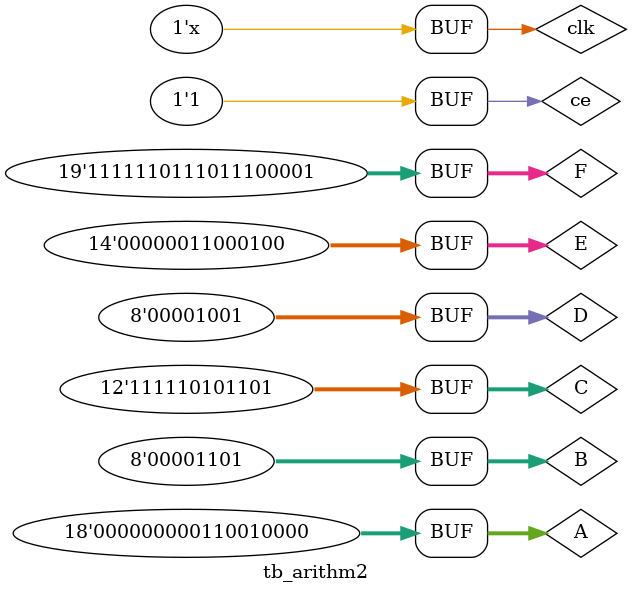
<source format=v>
`timescale 1ns / 1ps


module tb_arithm2;

	// Inputs
	reg clk;
	reg ce;
	reg [17:0] A;
	reg [7:0] B;
	reg [11:0] C;
	reg [7:0] D;
	reg [13:0] E;
	reg [18:0] F;
	
	// Outputs
	wire [36:0] Y;

	// Instantiate the Unit Under Test (UUT)
	arithm2 uut (
		.clk(clk), 
		.ce(ce), 
		.A(A), 
		.B(B), 
		.C(C), 
		.D(D), 
		.E(E), 
		.F(F), 
		.Y(Y)
	);

	initial begin
		// Initialize Inputs
		clk = 0;
		ce = 1;
		A = 18'b000000000110010000; //1.5643
		B = 8'b00001101; //1.5654
		C = 12'b111110101101; //-0.64564
		D = 8'b00001001; //2.321
		E = 14'b00000011000100; //6.1234
		F = 19'b1111110111011100001; //-8.56
		
		//oczekiwany wynik:
		//11111111111111111101001100010010001000000
		
		// Wait 100 ns for global reset to finish
		#100;
	end
	
	always
	begin
		#1 clk = ~clk;
	end
endmodule


</source>
